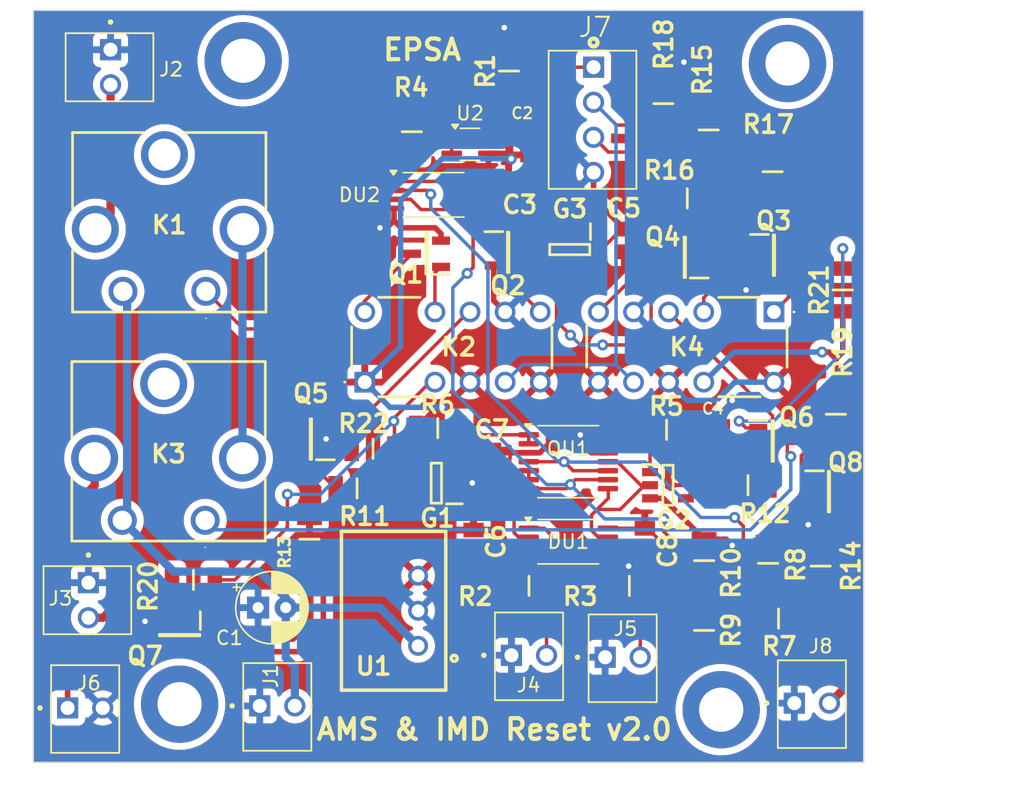
<source format=kicad_pcb>
(kicad_pcb (version 20240108) (generator "pcbnew") (generator_version "8.0")
  (layers (0 "F.Cu" signal) (31 "B.Cu" signal) (34 "B.Paste" user) (35 "F.Paste" user) (36 "B.SilkS" user "B.Silkscreen") (37 "F.SilkS" user "F.Silkscreen") (38 "B.Mask" user) (39 "F.Mask" user) (44 "Edge.Cuts" user))
  (net 0 "")
  (net 1 "GND")
  (net 2 "+12V")
  (net 3 "+5V")
  (net 4 "/AMS_OK")
  (net 5 "/Raw_AMS_OK")
  (net 6 "Net-(G3-Pad4)")
  (net 7 "/IMD_OK")
  (net 8 "/Raw_IMD_OK")
  (net 9 "Net-(K2-COM_2)")
  (net 10 "/IMD_SCS_Compliance")
  (net 11 "/SC in")
  (net 12 "/SC out")
  (net 13 "/AMS_SCS_Compliance")
  (net 14 "Net-(K2-Reset_2)")
  (net 15 "Net-(K4-COM_1)")
  (net 16 "/0.75V")
  (net 17 "/4.25V")
  (net 18 "/Button_Output_SCS_Compliance")
  (net 19 "/Button_Output")
  (net 20 "/Button_Input")
  (net 21 "/Raw_Button_Output")
  (net 22 "/Button_Input_SCS")
  (net 23 "Net-(K1-Pad1)")
  (net 24 "Net-(K2-COIL2-Pad7)")
  (net 25 "Net-(K2-COIL1-Pad12)")
  (net 26 "/SC_Closed_IMD")
  (net 27 "Net-(K4-COIL1-Pad1)")
  (net 28 "Net-(K4-COIL2-Pad6)")
  (net 29 "/SC_Closed_AMS")
  (net 30 "Net-(G1-Pad4)")
  (net 31 "Net-(G2-Pad4)")
  (net 33 "Net-(K1-Pad2)")
  (net 34 "Net-(K3-Pad1)")
  (net 36 "Net-(K4-Reset_1)")
  (net 37 "Net-(J6-Pad1)")
  (net 38 "Net-(J8-Pad2)")
  (net 39 "Net-(Q5-Pad1)")
  (net 40 "Net-(Q6-Pad1)")
  (net 41 "Net-(Q7-Pad1)")
  (net 42 "Net-(Q8-Pad1)")
  (footprint "EPSA_lib:RESC3216X70N" (layer "F.Cu") (at 190.0174 73.5076 90)
    (property "Reference" "R18")
    (property "Value" "100k" (hide yes))
  )
  (footprint "EPSA_lib:RESC3216X70N" (layer "F.Cu") (at 201.4 107 90)
    (property "Reference" "R14")
    (property "Value" "10k" (hide yes))
  )
  (footprint "EPSA_lib:RESC3216X70N" (layer "F.Cu") (at 192.9638 111.6584 -90)
    (property "Reference" "R9")
    (property "Value" "12k" (hide yes))
  )
  (footprint "Package_TO_SOT_SMD:SOT-353_SC-70-5_Handsoldering" (layer "F.Cu") (at 176.022 76.454)
    (property "Reference" "U2")
    (property "Value" "~")
  )
  (footprint "EPSA_lib:SOT95P237X112-3N" (layer "F.Cu") (at 155 112 -90)
    (property "Reference" "Q7")
    (property "Value" "NMOS SQ2348ES-T1_GE3" (hide yes))
  )
  (footprint "EPSA_lib:MOLEX_22-11-2022" (layer "F.Cu") (at 199.495 116.925)
    (property "Reference" "J8")
    (property "Value" "2P Droit 2-11-2022")
  )
  (footprint "Package_SO:TSSOP-14_4.4x5mm_P0.65mm" (layer "F.Cu") (at 183.134 99.4404)
    (property "Reference" "QU1")
    (property "Value" "Opamp_Quad")
  )
  (footprint "EPSA_lib:MOLEX_22-11-2022" (layer "F.Cu") (at 179.0192 113.4612)
    (property "Reference" "J4")
    (property "Value" "2P Droit 2-11-2022")
  )
  (footprint "EPSA_lib:V23079B1201B301" (layer "F.Cu") (at 168.402 93.6752)
    (property "Reference" "K2")
    (property "Value" "Bistable V23079B1201B301" (hide yes))
  )
  (footprint "EPSA_lib:RESC3216X70N" (layer "F.Cu") (at 198.35 110.8)
    (property "Reference" "R7")
    (property "Value" "82k" (hide yes))
  )
  (footprint "EPSA_lib:MOLEX_22-11-2022" (layer "F.Cu") (at 185.8 113.6)
    (property "Reference" "J5")
    (property "Value" "2P Droit 2-11-2022")
  )
  (footprint "EPSA_lib:RESC3216X70N" (layer "F.Cu") (at 164.4 105.05 -90)
    (property "Reference" "R13")
    (property "Value" "10k" (hide yes))
  )
  (footprint "EPSA_lib:SOT95P237X112-3N" (layer "F.Cu") (at 198.0184 84.4804)
    (property "Reference" "Q3")
    (property "Value" "NMOS SQ2348ES-T1_GE3" (hide yes))
  )
  (footprint "EPSA_lib:CP112V" (layer "F.Cu") (at 156.8505 103.6864 180)
    (property "Reference" "K3")
    (property "Value" "Relais PCB" (hide yes))
  )
  (footprint "EPSA_lib:SOT95P237X112-3N" (layer "F.Cu") (at 178.782 84.2772)
    (property "Reference" "Q2")
    (property "Value" "NMOS SQ2348ES-T1_GE3" (hide yes))
  )
  (footprint "EPSA_lib:RESC3216X70N" (layer "F.Cu") (at 180.2892 108.432 180)
    (property "Reference" "R2")
    (property "Value" "500k" (hide yes))
  )
  (footprint "EPSA_lib:CAPC2012X130N" (layer "F.Cu") (at 194.1068 97.7138 -90)
    (property "Reference" "C4")
    (property "Value" "1u" (hide yes))
  )
  (footprint "EPSA_lib:RESC3216X70N" (layer "F.Cu") (at 173.6852 97.0026)
    (property "Reference" "R6")
    (property "Value" "10k" (hide yes))
  )
  (footprint "EPSA_lib:RESC3216X70N" (layer "F.Cu") (at 171.8056 75.5396 -90)
    (property "Reference" "R4")
    (property "Value" "10k" (hide yes))
  )
  (footprint "EPSA_lib:RESC3216X70N" (layer "F.Cu") (at 193.294 75.4126 -90)
    (property "Reference" "R15")
    (property "Value" "3k9" (hide yes))
  )
  (footprint "EPSA_lib:RESC3216X70N" (layer "F.Cu") (at 169 98.5 180)
    (property "Reference" "R22")
    (property "Value" "1k" (hide yes))
  )
  (footprint "EPSA_lib:MOLEX_22-11-2042" (layer "F.Cu") (at 184.9628 74.676 -90)
    (property "Reference" "J7")
    (property "Value" "4P Droit 22-11-2042")
  )
  (footprint "EPSA_lib:CAPC2012X130N" (layer "F.Cu") (at 188.6712 105.0792 -90)
    (property "Reference" "C8")
    (property "Value" "1u" (hide yes))
  )
  (footprint "EPSA_lib:CP112V" (layer "F.Cu") (at 156.9 87.1 180)
    (property "Reference" "K1")
    (property "Value" "Relais PCB" (hide yes))
  )
  (footprint "EPSA_lib:CAPC2012X130N" (layer "F.Cu") (at 176.276 105.2068 -90)
    (property "Reference" "C6")
    (property "Value" "1u" (hide yes))
  )
  (footprint "EPSA_lib:RESC3216X70N" (layer "F.Cu") (at 203 87 90)
    (property "Reference" "R21")
    (property "Value" "1k" (hide yes))
  )
  (footprint "EPSA_lib:SOT95P280X145-5N" (layer "F.Cu") (at 183.2356 84.074 -90)
    (property "Reference" "G3")
    (property "Value" "Gate AND SN74AHCT1G08DBVR" (hide yes))
  )
  (footprint "EPSA_lib:SOT95P237X112-3N" (layer "F.Cu") (at 164.5 97.8 180)
    (property "Reference" "Q5")
    (property "Value" "NMOS SQ2348ES-T1_GE3" (hide yes))
  )
  (footprint "EPSA_lib:RESC3216X70N" (layer "F.Cu") (at 192.9638 106.6038 -90)
    (property "Reference" "R10")
    (property "Value" "82k" (hide yes))
  )
  (footprint "Package_SO:TSSOP-8_4.4x3mm_P0.65mm" (layer "F.Cu") (at 173.3804 80.1116)
    (property "Reference" "DU2")
    (property "Value" "Opamp_Dual")
  )
  (footprint "EPSA_lib:SOT95P237X112-3N" (layer "F.Cu") (at 197.9336 97.9424)
    (property "Reference" "Q6")
    (property "Value" "NMOS SQ2348ES-T1_GE3" (hide yes))
  )
  (footprint "EPSA_lib:V23079B1201B301" (layer "F.Cu") (at 198.0184 88.5952 180)
    (property "Reference" "K4")
    (property "Value" "Bistable V23079B1201B301" (hide yes))
  )
  (footprint "" (layer "F.Cu") (at 199 70.6)
    (property "Reference" "")
    (property "Value" "")
  )
  (footprint "EPSA_lib:MOLEX_22-11-2022" (layer "F.Cu") (at 146.895 117.275)
    (property "Reference" "J6")
    (property "Value" "2P Droit 2-11-2022")
  )
  (footprint "" (layer "F.Cu") (at 159.6 70.4)
    (property "Reference" "")
    (property "Value" "")
  )
  (footprint "EPSA_lib:SOT95P237X112-3N" (layer "F.Cu") (at 172.8724 84.3788 180)
    (property "Reference" "Q1")
    (property "Value" "NMOS SQ2348ES-T1_GE3" (hide yes))
  )
  (footprint "EPSA_lib:RESC3216X70N" (layer "F.Cu") (at 178.8414 71.1454 90)
    (property "Reference" "R1")
    (property "Value" "500k" (hide yes))
  )
  (footprint "" (layer "F.Cu") (at 194.2 117.4)
    (property "Reference" "")
    (property "Value" "")
  )
  (footprint "EPSA_lib:CAPC2012X130N" (layer "F.Cu") (at 177.546 99.4156 -90)
    (property "Reference" "C7")
    (property "Value" "1u" (hide yes))
  )
  (footprint "Capacitor_THT:CP_Radial_D5.0mm_P2.00mm" (layer "F.Cu") (at 160.6804 110.0074)
    (property "Reference" "C1")
    (property "Value" "C")
  )
  (footprint "EPSA_lib:RESC3216X70N" (layer "F.Cu") (at 191.7446 80.3656 180)
    (property "Reference" "R16")
    (property "Value" "8k2" (hide yes))
  )
  (footprint "EPSA_lib:MOLEX_22-11-2022" (layer "F.Cu") (at 150 69.6 -90)
    (property "Reference" "J2")
    (property "Value" "2P Droit 2-11-2022")
  )
  (footprint "EPSA_lib:MOLEX_22-11-2022" (layer "F.Cu") (at 160.8 117.125)
    (property "Reference" "J1")
    (property "Value" "2P Droit 2-11-2022")
  )
  (footprint "EPSA_lib:SOT95P280X145-5N" (layer "F.Cu") (at 190.3476 101.1428)
    (property "Reference" "G2")
    (property "Value" "Gate NAND SN74AHCT1G00DBVR" (hide yes))
  )
  (footprint "EPSA_lib:CAPC2012X130N" (layer "F.Cu") (at 187.198 83.4136 -90)
    (property "Reference" "C5")
    (property "Value" "1u" (hide yes))
  )
  (footprint "EPSA_lib:RESC3216X70N" (layer "F.Cu") (at 197.9168 78.4352 90)
    (property "Reference" "R17")
    (property "Value" "8k2" (hide yes))
  )
  (footprint "EPSA_lib:RESC3216X70N" (layer "F.Cu") (at 202.5 96 -90)
    (property "Reference" "R19")
    (property "Value" "1k" (hide yes))
  )
  (footprint "EPSA_lib:RESC3216X70N" (layer "F.Cu") (at 196.1388 101.1428)
    (property "Reference" "R12")
    (property "Value" "500" (hide yes))
  )
  (footprint "EPSA_lib:RESC3216X70N" (layer "F.Cu") (at 190.246 97.1296)
    (property "Reference" "R5")
    (property "Value" "10k" (hide yes))
  )
  (footprint "EPSA_lib:RESC3216X70N" (layer "F.Cu") (at 187.5536 108.432)
    (property "Reference" "R3")
    (property "Value" "500k" (hide yes))
  )
  (footprint "EPSA_lib:SOT95P237X112-3N" (layer "F.Cu") (at 202 101.6)
    (property "Reference" "Q8")
    (property "Value" "NMOS SQ2348ES-T1_GE3" (hide yes))
  )
  (footprint "EPSA_lib:SOT95P280X145-5N" (layer "F.Cu") (at 173.5836 100.9904 180)
    (property "Reference" "G1")
    (property "Value" "Gate NAND SN74AHCT1G00DBVR" (hide yes))
  )
  (footprint "EPSA_lib:RESC3216X70N" (layer "F.Cu") (at 197.6 106.8 -90)
    (property "Reference" "R8")
    (property "Value" "12k" (hide yes))
  )
  (footprint "EPSA_lib:RESC3216X70N" (layer "F.Cu") (at 156 108 180)
    (property "Reference" "R20")
    (property "Value" "1k" (hide yes))
  )
  (footprint "EPSA_lib:CAPC2012X130N" (layer "F.Cu") (at 180.3908 76.4032 90)
    (property "Reference" "C2")
    (property "Value" "1u" (hide yes))
  )
  (footprint "" (layer "F.Cu") (at 155 117)
    (property "Reference" "")
    (property "Value" "")
  )
  (footprint "EPSA_lib:SOT95P237X112-3N" (layer "F.Cu") (at 191.5668 84.6328 180)
    (property "Reference" "Q4")
    (property "Value" "NMOS SQ2348ES-T1_GE3" (hide yes))
  )
  (footprint "EPSA_lib:CAPC2012X130N" (layer "F.Cu") (at 179.6288 79.1972 180)
    (property "Reference" "C3")
    (property "Value" "1u" (hide yes))
  )
  (footprint "EPSA_lib:MOLEX_22-11-2022" (layer "F.Cu") (at 148.4 108.2 -90)
    (property "Reference" "J3")
    (property "Value" "2P Droit 2-11-2022")
  )
  (footprint "EPSA_lib:TSR-0.5-2433" (layer "F.Cu") (at 174.2628 115.986 90)
    (property "Reference" "U1")
    (property "Value" "Alim LP TSR_0.5-2450" (hide yes))
  )
  (footprint "EPSA_lib:RESC3216X70N" (layer "F.Cu") (at 167.8432 101.3714 180)
    (property "Reference" "R11")
    (property "Value" "500" (hide yes))
  )
  (footprint "Package_SO:TSSOP-8_4.4x3mm_P0.65mm" (layer "F.Cu") (at 183.134 105.2316)
    (property "Reference" "DU1")
    (property "Value" "Opamp_Dual")
  )
  (gr_rect (start 144.4122 66.7512) (end 204.5204 121.2088) (stroke (width 0.1)) (fill none) (layer "Edge.Cuts"))
  (gr_text "AMS & IMD Reset v2.0" (at 190.8 119.7102 0) (layer "F.SilkS") (effects (font (size 1.5 1.5) (thickness 0.3) (bold yes)) (justify right bottom)))
  (gr_text "EPSA" (at 169.5704 70.485 0) (layer "F.SilkS") (effects (font (size 1.5 1.5) (thickness 0.3) (bold yes)) (justify left bottom)))
  (segment (start 165.55 96.85) (end 165.55 97.734857) (width 0.4) (layer "F.Cu") (net 1))
  (segment (start 177.546 100.2356) (end 176.928004 100.2356) (width 0.4) (layer "F.Cu") (net 1))
  (segment (start 188.5066 107) (end 188.6712 106.8354) (width 0.4) (layer "F.Cu") (net 1))
  (segment (start 200.5 104) (end 200.95 103.55) (width 0.4) (layer "F.Cu") (net 1))
  (segment (start 180.2715 106.2066) (end 179.03245 106.2066) (width 0.4) (layer "F.Cu") (net 1))
  (segment (start 170.5179 81.9821) (end 170.5179 81.0866) (width 0.4) (layer "F.Cu") (net 1))
  (segment (start 189.1036 108.432) (end 189.1036 107.2678) (width 0.4) (layer "F.Cu") (net 1))
  (segment (start 190.0174 71.9576) (end 191.0424 71.9576) (width 0.4) (layer "F.Cu") (net 1))
  (segment (start 194.3068 96.8938) (end 196.3054 98.8924) (width 0.4) (layer "F.Cu") (net 1))
  (segment (start 194.3172 83.6828) (end 192.6168 83.6828) (width 0.4) (layer "F.Cu") (net 1))
  (segment (start 195.5 80.5) (end 195.5 82.5) (width 0.4) (layer "F.Cu") (net 1))
  (segment (start 194.1068 96.8938) (end 194.3068 96.8938) (width 0.25) (layer "F.Cu") (net 1))
  (segment (start 184.7904 98.7904) (end 184 98) (width 0.4) (layer "F.Cu") (net 1))
  (segment (start 173.9224 82.9224) (end 173.9224 83.4288) (width 0.4) (layer "F.Cu") (net 1))
  (segment (start 182.2856 83.5346) (end 182.2856 82.774) (width 0.25) (layer "F.Cu") (net 1))
  (segment (start 152.5 111) (end 154 111) (width 0.4) (layer "F.Cu") (net 1))
  (segment (start 189.1036 107.2678) (end 188.6712 106.8354) (width 0.4) (layer "F.Cu") (net 1))
  (segment (start 185.9965 98.7904) (end 184.7904 98.7904) (width 0.4) (layer "F.Cu") (net 1))
  (segment (start 184.9628 78.486) (end 182.06 75.5832) (width 0.25) (layer "F.Cu") (net 1))
  (segment (start 178.7392 106.49985) (end 178.7392 108.432) (width 0.4) (layer "F.Cu") (net 1))
  (segment (start 184 98) (end 184 97.531399) (width 0.4) (layer "F.Cu") (net 1))
  (segment (start 192.6168 83.1168) (end 192.6168 83.6828) (width 0.4) (layer "F.Cu") (net 1))
  (segment (start 179.03245 106.2066) (end 178.7392 106.49985) (width 0.4) (layer "F.Cu") (net 1))
  (segment (start 185.831131 83.760469) (end 182.511469 83.760469) (width 0.25) (layer "F.Cu") (net 1))
  (segment (start 194.5538 105.0538) (end 195 105.5) (width 0.4) (layer "F.Cu") (net 1))
  (segment (start 179.0192 113.4612) (end 179.0192 112.0192) (width 0.4) (layer "F.Cu") (net 1))
  (segment (start 184.2516 79.1972) (end 184.9628 78.486) (width 0.25) (layer "F.Cu") (net 1))
  (segment (start 192.0936 82.5936) (end 192.6168 83.1168) (width 0.4) (layer "F.Cu") (net 1))
  (segment (start 170 82.5) (end 170.5179 81.9821) (width 0.4) (layer "F.Cu") (net 1))
  (segment (start 180.4488 79.1972) (end 184.2516 79.1972) (width 0.25) (layer "F.Cu") (net 1))
  (segment (start 177.732 85.2272) (end 177.732 87.7652) (width 0.4) (layer "F.Cu") (net 1))
  (segment (start 196.9684 86.0316) (end 196 87) (width 0.25) (layer "F.Cu") (net 1))
  (segment (start 190.0028 102.0928) (end 192.9638 105.0538) (width 0.4) (layer "F.Cu") (net 1))
  (segment (start 184.9628 80.3584) (end 187.198 82.5936) (width 0.4) (layer "F.Cu") (net 1))
  (segment (start 196.0148 79.9852) (end 195.5 80.5) (width 0.4) (layer "F.Cu") (net 1))
  (segment (start 174.8836 100.0404) (end 177.3508 100.0404) (width 0.4) (layer "F.Cu") (net 1))
  (segment (start 171.0358 82.5) (end 173.5 82.5) (width 0.4) (layer "F.Cu") (net 1))
  (segment (start 196.9684 85.4304) (end 196.9684 86.0316) (width 0.25) (layer "F.Cu") (net 1))
  (segment (start 182.06 75.5832) (end 180.3908 75.5832) (width 0.25) (layer "F.Cu") (net 1))
  (segment (start 187.198 82.5936) (end 192.0936 82.5936) (width 0.4) (layer "F.Cu") (net 1))
  (segment (start 177.732 87.7652) (end 178.562 88.5952) (width 0.4) (layer "F.Cu") (net 1))
  (segment (start 196.3054 98.8924) (end 196.8836 98.8924) (width 0.4) (layer "F.Cu") (net 1))
  (segment (start 187.198 82.5936) (end 186.998 82.5936) (width 0.4) (layer "F.Cu") (net 1))
  (segment (start 178.7392 111.7392) (end 178.7392 108.432) (width 0.4) (layer "F.Cu") (net 1))
  (segment (start 192.9638 105.0538) (end 194.5538 105.0538) (width 0.4) (layer "F.Cu") (net 1))
  (segment (start 194.1068 96.8938) (end 194.1068 95.8932) (width 0.25) (layer "F.Cu") (net 1))
  (segment (start 186.998 82.5936) (end 185.831131 83.760469) (width 0.25) (layer "F.Cu") (net 1))
  (segment (start 188.6712 106.8354) (end 188.6712 105.8992) (width 0.4) (layer "F.Cu") (net 1))
  (segment (start 199.25 105.25) (end 200.5 104) (width 0.4) (layer "F.Cu") (net 1))
  (segment (start 176.276 106.776) (end 177.932 108.432) (width 0.4) (layer "F.Cu") (net 1))
  (segment (start 197.6 105.25) (end 199.25 105.25) (width 0.4) (layer "F.Cu") (net 1))
  (segment (start 194.1068 95.8932) (end 195 95) (width 0.25) (layer "F.Cu") (net 1))
  (segment (start 195.5 82.5) (end 194.3172 83.6828) (width 0.4) (layer "F.Cu") (net 1))
  (segment (start 165.55 97.734857) (end 165.606044 97.790901) (width 0.25) (layer "F.Cu") (net 1))
  (segment (start 187.5 107) (end 188.5066 107) (width 0.4) (layer "F.Cu") (net 1))
  (segment (start 180.3908 75.5832) (end 180.17 75.804) (width 0.25) (layer "F.Cu") (net 1))
  (segment (start 179.0192 112.0192) (end 178.7392 111.7392) (width 0.4) (layer "F.Cu") (net 1))
  (segment (start 173.5 82.5) (end 173.9224 82.9224) (width 0.4) (layer "F.Cu") (net 1))
  (segment (start 184 97.531399) (end 184 97.5) (width 0.25) (layer "F.Cu") (net 1))
  (segment (start 178.8414 68.3414) (end 178.8414 69.5954) (width 0.4) (layer "F.Cu") (net 1))
  (segment (start 177.3508 100.0404) (end 177.546 100.2356) (width 0.25) (layer "F.Cu") (net 1))
  (segment (start 180.17 75.804) (end 177.352 75.804) (width 0.25) (layer "F.Cu") (net 1))
  (segment (start 191.5 71.5) (end 191.5 70.5) (width 0.4) (layer "F.Cu") (net 1))
  (segment (start 184.9628 78.486) (end 184.9628 80.3584) (width 0.4) (layer "F.Cu") (net 1))
  (segment (start 200.95 103.55) (end 200.95 102.55) (width 0.4) (layer "F.Cu") (net 1))
  (segment (start 177.932 108.432) (end 178.7392 108.432) (width 0.4) (layer "F.Cu") (net 1))
  (segment (start 182.511469 83.760469) (end 182.2856 83.5346) (width 0.25) (layer "F.Cu") (net 1))
  (segment (start 189.0476 102.0928) (end 190.0028 102.0928) (width 0.4) (layer "F.Cu") (net 1))
  (segment (start 154 111) (end 154.05 110.95) (width 0.4) (layer "F.Cu") (net 1))
  (segment (start 170.5179 81.9821) (end 171.0358 82.5) (width 0.4) (layer "F.Cu") (net 1))
  (segment (start 197.9168 79.9852) (end 196.0148 79.9852) (width 0.4) (layer "F.Cu") (net 1))
  (segment (start 169.5 82.5) (end 170 82.5) (width 0.4) (layer "F.Cu") (net 1))
  (segment (start 176.928004 100.2356) (end 176.184856 100.978748) (width 0.4) (layer "F.Cu") (net 1))
  (segment (start 176.276 106.0268) (end 176.276 106.776) (width 0.4) (layer "F.Cu") (net 1))
  (segment (start 191.0424 71.9576) (end 191.5 71.5) (width 0.4) (layer "F.Cu") (net 1))
  (segment (start 178.5 68) (end 178.8414 68.3414) (width 0.4) (layer "F.Cu") (net 1))
  (via (at 195 95) (size 0.8) (drill 0.4) (layers "F.Cu" "B.Cu") (net 1))
  (via (at 169.5 82.5) (size 0.8) (drill 0.4) (layers "F.Cu" "B.Cu") (net 1))
  (via (at 195 105.5) (size 0.8) (drill 0.4) (layers "F.Cu" "B.Cu") (net 1))
  (via (at 176.184856 100.978748) (size 0.8) (drill 0.4) (layers "F.Cu" "B.Cu") (net 1))
  (via (at 187.5 107) (size 0.8) (drill 0.4) (layers "F.Cu" "B.Cu") (net 1))
  (via (at 178.5 68) (size 0.8) (drill 0.4) (layers "F.Cu" "B.Cu") (net 1))
  (via (at 184 97.5) (size 0.8) (drill 0.4) (layers "F.Cu" "B.Cu") (net 1))
  (via (at 191.5 70.5) (size 0.8) (drill 0.4) (layers "F.Cu" "B.Cu") (net 1))
  (via (at 196 87) (size 0.8) (drill 0.4) (layers "F.Cu" "B.Cu") (net 1))
  (via (at 165.606044 97.790901) (size 0.8) (drill 0.4) (layers "F.Cu" "B.Cu") (net 1))
  (via (at 200.5 104) (size 0.8) (drill 0.4) (layers "F.Cu" "B.Cu") (net 1))
  (via (at 152.5 111) (size 0.8) (drill 0.4) (layers "F.Cu" "B.Cu") (net 1))
  (segment (start 162.6804 109.2804) (end 162.6804 110.0074) (width 0.6) (layer "B.Cu") (net 2))
  (segment (start 151.2 103.3369) (end 150.8505 103.6864) (width 0.6) (layer "B.Cu") (net 2))
  (segment (start 169.4942 110.0074) (end 162.6804 110.0074) (width 0.6) (layer "B.Cu") (net 2))
  (segment (start 151.2 87.4) (end 151.2 103.3369) (width 0.6) (layer "B.Cu") (net 2))
  (segment (start 163.34 114.2816) (end 163.34 117.125) (width 0.6) (layer "B.Cu") (net 2))
  (segment (start 162.6804 110.0074) (end 162.6804 113.622) (width 0.6) (layer "B.Cu") (net 2))
  (segment (start 150.9 87.1) (end 151.2 87.4) (width 0.6) (layer "B.Cu") (net 2))
  (segment (start 160.8 107.4) (end 162.6804 109.2804) (width 0.6) (layer "B.Cu") (net 2))
  (segment (start 154.5641 107.4) (end 160.8 107.4) (width 0.6) (layer "B.Cu") (net 2))
  (segment (start 150.8505 103.6864) (end 154.5641 107.4) (width 0.6) (layer "B.Cu") (net 2))
  (segment (start 172.2628 112.776) (end 169.4942 110.0074) (width 0.6) (layer "B.Cu") (net 2))
  (segment (start 162.6804 113.622) (end 163.34 114.2816) (width 0.6) (layer "B.Cu") (net 2))
  (segment (start 178.7482 79.1366) (end 178.8088 79.1972) (width 0.4) (layer "F.Cu") (net 3))
  (segment (start 188.6712 104.2592) (end 188.8712 104.2592) (width 0.25) (layer "F.Cu") (net 3))
  (segment (start 181.068878 98.7904) (end 182 97.859278) (width 0.4) (layer "F.Cu") (net 3))
  (segment (start 191.796 97.1296) (end 191.796 99) (width 0.4) (layer "F.Cu") (net 3))
  (segment (start 182 97.859278) (end 182 94.5732) (width 0.4) (layer "F.Cu") (net 3))
  (segment (start 182 94.5732) (end 181.102 93.6752) (width 0.4) (layer "F.Cu") (net 3))
  (segment (start 188.6686 104.2566) (end 188.6712 104.2592) (width 0.25) (layer "F.Cu") (net 3))
  (segment (start 191.796 97.796) (end 192.5338 98.5338) (width 0.4) (layer "F.Cu") (net 3))
  (segment (start 191.796 97.1296) (end 191.796 97.796) (width 0.4) (layer "F.Cu") (net 3))
  (segment (start 191 106.388) (end 191 108.5) (width 0.25) (layer "F.Cu") (net 3))
  (segment (start 185.9965 104.2566) (end 188.6686 104.2566) (width 0.25) (layer "F.Cu") (net 3))
  (segment (start 180.2715 98.7904) (end 181.068878 98.7904) (width 0.4) (layer "F.Cu") (net 3))
  (segment (start 191.796 100.0444) (end 191.6476 100.1928) (width 0.4) (layer "F.Cu") (net 3))
  (segment (start 192.5338 98.5338) (end 194.1068 98.5338) (width 0.4) (layer "F.Cu") (net 3))
  (segment (start 177.7408 98.7904) (end 180.2715 98.7904) (width 0.4) (layer "F.Cu") (net 3))
  (segment (start 174.1972 95.5) (end 176.022 93.6752) (width 0.4) (layer "F.Cu") (net 3))
  (segment (start 177.546 98.5956) (end 177.7408 98.7904) (width 0.4) (layer "F.Cu") (net 3))
  (segment (start 191.796 99) (end 191.796 100.0444) (width 0.4) (layer "F.Cu") (net 3))
  (segment (start 174 95.5) (end 173.6378 95.5) (width 0.4) (layer "F.Cu") (net 3))
  (segment (start 174 95.5) (end 174.1972 95.5) (width 0.4) (layer "F.Cu") (net 3))
  (segment (start 173.6378 95.5) (end 172.1352 97.0026) (width 0.4) (layer "F.Cu") (net 3))
  (segment (start 176.2429 79.1366) (end 178.7482 79.1366) (width 0.4) (layer "F.Cu") (net 3))
  (segment (start 188.8712 104.2592) (end 191 106.388) (width 0.25) (layer "F.Cu") (net 3))
  (via (at 174 95.5) (size 0.8) (drill 0.4) (layers "F.Cu" "B.Cu") (net 3))
  (via (at 179 77.5) (size 0.8) (drill 0.4) (layers "F.Cu" "B.Cu") (net 3))
  (segment (start 174 77.5) (end 171 80.5) (width 0.4) (layer "B.Cu") (net 3))
  (segment (start 195.193429 93.6752) (end 198.0184 93.6752) (width 0.4) (layer "B.Cu") (net 3))
  (segment (start 168.402 93.6752) (end 170.2268 95.5) (width 0.4) (layer "B.Cu") (net 3))
  (segment (start 193.868629 95) (end 195.193429 93.6752) (width 0.4) (layer "B.Cu") (net 3))
  (segment (start 190.3984 93.6752) (end 191.7232 95) (width 0.4) (layer "B.Cu") (net 3))
  (segment (start 179 77.5) (end 174 77.5) (width 0.4) (layer "B.Cu") (net 3))
  (segment (start 171 80.5) (end 171 91.0772) (width 0.4) (layer "B.Cu") (net 3))
  (segment (start 170.2268 95.5) (end 174 95.5) (width 0.4) (layer "B.Cu") (net 3))
  (segment (start 191.7232 95) (end 193.868629 95) (width 0.4) (layer "B.Cu") (net 3))
  (segment (start 171 91.0772) (end 168.402 93.6752) (width 0.4) (layer "B.Cu") (net 3))
  (segment (start 186.0296 102.082) (end 186.0296 101.4235) (width 0.25) (layer "F.Cu") (net 4))
  (segment (start 188.6452 101.1428) (end 189.0476 101.1428) (width 0.25) (layer "F.Cu") (net 4))
  (segment (start 185.9965 104.9066) (end 185.305188 104.9066) (width 0.25) (layer "F.Cu") (net 4))
  (segment (start 186.0296 101.4235) (end 185.9965 101.3904) (width 0.25) (layer "F.Cu") (net 4))
  (segment (start 185.2168 102.8948) (end 186.0296 102.082) (width 0.25) (layer "F.Cu") (net 4))
  (segment (start 185.305188 104.9066) (end 184.8104 104.411812) (width 0.25) (layer "F.Cu") (net 4))
  (segment (start 189.0476 101.1428) (end 188.390212 101.1428) (width 0.25) (layer "F.Cu") (net 4))
  (segment (start 184.8104 103.3012) (end 185.2168 102.8948) (width 0.25) (layer "F.Cu") (net 4))
  (segment (start 185.2168 102.8948) (end 186.8932 102.8948) (width 0.25) (layer "F.Cu") (net 4))
  (segment (start 184.8104 104.411812) (end 184.8104 103.3012) (width 0.25) (layer "F.Cu") (net 4))
  (segment (start 185.9965 104.9066) (end 185.9965 105.5566) (width 0.25) (layer "F.Cu") (net 4))
  (segment (start 186.8932 102.8948) (end 188.6452 101.1428) (width 0.25) (layer "F.Cu") (net 4))
  (segment (start 186.687812 99.4404) (end 185.9965 99.4404) (width 0.25) (layer "F.Cu") (net 4))
  (segment (start 188.390212 101.1428) (end 186.687812 99.4404) (width 0.25) (layer "F.Cu") (net 4))
  (segment (start 186.0036 108.432) (end 186.0036 109.8036) (width 0.25) (layer "F.Cu") (net 5))
  (segment (start 185.8584 108.5772) (end 186.0036 108.432) (width 0.25) (layer "F.Cu") (net 5))
  (segment (start 186.0036 108.432) (end 186.0036 106.2137) (width 0.25) (layer "F.Cu") (net 5))
  (segment (start 188.34 112.14) (end 188.34 113.6) (width 0.25) (layer "F.Cu") (net 5))
  (segment (start 186.0036 106.2137) (end 185.9965 106.2066) (width 0.25) (layer "F.Cu") (net 5))
  (segment (start 186.0036 109.8036) (end 188.34 112.14) (width 0.25) (layer "F.Cu") (net 5))
  (segment (start 191.074 85.5828) (end 192.6168 85.5828) (width 0.25) (layer "F.Cu") (net 6))
  (segment (start 183.2864 90.2716) (end 182.2856 89.2708) (width 0.25) (layer "F.Cu") (net 6))
  (segment (start 189.1284 87.5284) (end 191.074 85.5828) (width 0.25) (layer "F.Cu") (net 6))
  (segment (start 185.6232 90.9828) (end 187.7568 90.9828) (width 0.25) (layer "F.Cu") (net 6))
  (segment (start 182.2856 84.549) (end 181.0638 83.3272) (width 0.25) (layer "F.Cu") (net 6))
  (segment (start 189.1284 89.6112) (end 189.1284 87.5284) (width 0.25) (layer "F.Cu") (net 6))
  (segment (start 182.2856 85.374) (end 182.2856 84.549) (width 0.25) (layer "F.Cu") (net 6))
  (segment (start 187.7568 90.9828) (end 189.1284 89.6112) (width 0.25) (layer "F.Cu") (net 6))
  (segment (start 181.0638 83.3272) (end 177.732 83.3272) (width 0.25) (layer "F.Cu") (net 6))
  (segment (start 182.2856 89.2708) (end 182.2856 85.374) (width 0.25) (layer "F.Cu") (net 6))
  (via (at 183.2864 90.2716) (size 0.8) (drill 0.4) (layers "F.Cu" "B.Cu") (net 6))
  (via (at 185.6232 90.9828) (size 0.8) (drill 0.4) (layers "F.Cu" "B.Cu") (net 6))
  (segment (start 185.6232 90.9828) (end 183.9976 90.9828) (width 0.25) (layer "B.Cu") (net 6))
  (segment (start 183.9976 90.9828) (end 183.2864 90.2716) (width 0.25) (layer "B.Cu") (net 6))
  (segment (start 178.380188 101.9404) (end 179.580188 100.7404) (width 0.25) (layer "F.Cu") (net 7))
  (segment (start 174.8836 101.9404) (end 178.380188 101.9404) (width 0.25) (layer "F.Cu") (net 7))
  (segment (start 179.209 104.581599) (end 179.534001 104.9066) (width 0.25) (layer "F.Cu") (net 7))
  (segment (start 180.2715 100.0904) (end 180.2715 100.7404) (width 0.25) (layer "F.Cu") (net 7))
  (segment (start 180.2715 104.9066) (end 180.2715 105.5566) (width 0.25) (layer "F.Cu") (net 7))
  (segment (start 179.580188 100.7404) (end 180.2715 100.7404) (width 0.25) (layer "F.Cu") (net 7))
  (segment (start 179.534001 104.9066) (end 180.2715 104.9066) (width 0.25) (layer "F.Cu") (net 7))
  (segment (start 179.534001 100.7404) (end 179.209 101.065401) (width 0.25) (layer "F.Cu") (net 7))
  (segment (start 180.2715 100.7404) (end 179.534001 100.7404) (width 0.25) (layer "F.Cu") (net 7))
  (segment (start 179.209 101.065401) (end 179.209 104.581599) (width 0.25) (layer "F.Cu") (net 7))
  (segment (start 181.8392 108.432) (end 181.864 108.4072) (width 0.25) (layer "F.Cu") (net 8))
  (segment (start 181.864 104.7236) (end 181.397 104.2566) (width 0.25) (layer "F.Cu") (net 8))
  (segment (start 181.397 104.2566) (end 180.2715 104.2566) (width 0.25) (layer "F.Cu") (net 8))
  (segment (start 181.864 108.4072) (end 181.864 104.7236) (width 0.25) (layer "F.Cu") (net 8))
  (segment (start 181.5592 113.4612) (end 181.5592 108.712) (width 0.25) (layer "F.Cu") (net 8))
  (segment (start 181.5592 108.712) (end 181.8392 108.432) (width 0.25) (layer "F.Cu") (net 8))
  (segment (start 164.5 99.5782) (end 166.2932 101.3714) (width 0.25) (layer "F.Cu") (net 9))
  (segment (start 164.5 96.3) (end 164.5 99.5782) (width 0.25) (layer "F.Cu") (net 9))
  (segment (start 165.3 95.5) (end 164.5 96.3) (width 0.25) (layer "F.Cu") (net 9))
  (segment (start 176.022 88.5952) (end 175.9048 88.5952) (width 0.25) (layer "F.Cu") (net 9))
  (segment (start 175.9048 88.5952) (end 169 95.5) (width 0.25) (layer "F.Cu") (net 9))
  (segment (start 169 95.5) (end 165.3 95.5) (width 0.25) (layer "F.Cu") (net 9))
  (segment (start 175.2352 97.0026) (end 175.2352 97.7078) (width 0.25) (layer "F.Cu") (net 10))
  (segment (start 174.0586 100.9904) (end 174.8836 100.9904) (width 0.25) (layer "F.Cu") (net 10))
  (segment (start 175.723 97.4904) (end 175.2352 97.0026) (width 0.25) (layer "F.Cu") (net 10))
  (segment (start 180.2715 97.4904) (end 175.723 97.4904) (width 0.25) (layer "F.Cu") (net 10))
  (segment (start 173.8586 99.0844) (end 173.8586 100.7904) (width 0.25) (layer "F.Cu") (net 10))
  (segment (start 175.2352 97.7078) (end 173.8586 99.0844) (width 0.25) (layer "F.Cu") (net 10))
  (segment (start 180.2715 97.4904) (end 180.2715 98.1404) (width 0.25) (layer "F.Cu") (net 10))
  (segment (start 173.8586 100.7904) (end 174.0586 100.9904) (width 0.25) (layer "F.Cu") (net 10))
  (segment (start 150 81.5) (end 148.9 82.6) (width 0.6) (layer "F.Cu") (net 11))
  (segment (start 150 72.14) (end 150 81.5) (width 0.6) (layer "F.Cu") (net 11))
  (segment (start 150.6 107.2) (end 148.2 104.8) (width 0.6) (layer "F.Cu") (net 12))
  (segment (start 150.6 109.6) (end 150.6 107.2) (width 0.6) (layer "F.Cu") (net 12))
  (segment (start 148.2 101.8) (end 148.8505 101.1495) (width 0.6) (layer "F.Cu") (net 12))
  (segment (start 148.8505 101.1495) (end 148.8505 99.1864) (width 0.6) (layer "F.Cu") (net 12))
  (segment (start 148.4 99.6369) (end 148.8505 99.1864) (width 0.6) (layer "F.Cu") (net 12))
  (segment (start 148.4 110.74) (end 149.46 110.74) (width 0.6) (layer "F.Cu") (net 12))
  (segment (start 149.46 110.74) (end 150.6 109.6) (width 0.6) (layer "F.Cu") (net 12))
  (segment (start 148.2 104.8) (end 148.2 101.8) (width 0.6) (layer "F.Cu") (net 12))
  (segment (start 188.3352 97.4904) (end 188.696 97.1296) (width 0.25) (layer "F.Cu") (net 13))
  (segment (start 189.0476 100.1928) (end 189.0476 97.4812) (width 0.25) (layer "F.Cu") (net 13))
  (segment (start 185.9965 97.4904) (end 185.9965 98.1404) (width 0.25) (layer "F.Cu") (net 13))
  (segment (start 189.0476 97.4812) (end 188.696 97.1296) (width 0.25) (layer "F.Cu") (net 13))
  (segment (start 185.9965 97.4904) (end 188.3352 97.4904) (width 0.25) (layer "F.Cu") (net 13))
  (segment (start 173.482 85.7692) (end 173.482 88.5952) (width 0.25) (layer "F.Cu") (net 14))
  (segment (start 173.9224 85.3288) (end 173.482 85.7692) (width 0.25) (layer "F.Cu") (net 14))
  (segment (start 197.9168 100.9148) (end 197.6888 101.1428) (width 0.25) (layer "F.Cu") (net 15))
  (segment (start 190.3984 88.5952) (end 197.9168 96.1136) (width 0.25) (layer "F.Cu") (net 15))
  (segment (start 197.9168 96.1136) (end 197.9168 100.9148) (width 0.25) (layer "F.Cu") (net 15))
  (segment (start 195.8 108) (end 196.15 108.35) (width 0.25) (layer "F.Cu") (net 16))
  (segment (start 180.962812 99.4404) (end 180.2715 99.4404) (width 0.25) (layer "F.Cu") (net 16))
  (segment (start 196.8 109.8) (end 197.6 109) (width 0.25) (layer "F.Cu") (net 16))
  (segment (start 183.4792 100.0904) (end 185.9965 100.0904) (width 0.25) (layer "F.Cu") (net 16))
  (segment (start 197.6 109) (end 197.6 108.35) (width 0.25) (layer "F.Cu") (net 16))
  (segment (start 182.8292 99.4404) (end 180.2715 99.4404) (width 0.25) (layer "F.Cu") (net 16))
  (segment (start 195.8 104.106) (end 195.8 108) (width 0.25) (layer "F.Cu") (net 16))
  (segment (start 172.903 79.7866) (end 170.5179 79.7866) (width 0.25) (layer "F.Cu") (net 16))
  (segment (start 195.1736 103.4796) (end 195.8 104.106) (width 0.25) (layer "F.Cu") (net 16))
  (segment (start 173.1772 80.0608) (end 172.903 79.7866) (width 0.25) (layer "F.Cu") (net 16))
  (segment (start 182.8292 99.4404) (end 183.4792 100.0904) (width 0.25) (layer "F.Cu") (net 16))
  (segment (start 196.15 108.35) (end 197.6 108.35) (width 0.25) (layer "F.Cu") (net 16))
  (segment (start 196.8 110.8) (end 196.8 109.8) (width 0.25) (layer "F.Cu") (net 16))
  (via (at 195.1736 103.4796) (size 0.8) (drill 0.4) (layers "F.Cu" "B.Cu") (net 16))
  (via (at 182.8292 99.4404) (size 0.8) (drill 0.4) (layers "F.Cu" "B.Cu") (net 16))
  (via (at 173.1772 80.0608) (size 0.8) (drill 0.4) (layers "F.Cu" "B.Cu") (net 16))
  (segment (start 188.722 99.4664) (end 192.7352 103.4796) (width 0.25) (layer "B.Cu") (net 16))
  (segment (start 182.8292 99.4404) (end 182.8552 99.4664) (width 0.25) (layer "B.Cu") (net 16))
  (segment (start 177.3174 85.217) (end 177.3174 94.361) (width 0.25) (layer "B.Cu") (net 16))
  (segment (start 173.1772 80.0608) (end 173.1772 81.0768) (width 0.25) (layer "B.Cu") (net 16))
  (segment (start 177.3174 94.361) (end 182.3968 99.4404) (width 0.25) (layer "B.Cu") (net 16))
  (segment (start 173.1772 81.0768) (end 177.3174 85.217) (width 0.25) (layer "B.Cu") (net 16))
  (segment (start 192.7352 103.4796) (end 195.1736 103.4796) (width 0.25) (layer "B.Cu") (net 16))
  (segment (start 182.3968 99.4404) (end 182.8292 99.4404) (width 0.25) (layer "B.Cu") (net 16))
  (segment (start 182.8552 99.4664) (end 188.722 99.4664) (width 0.25) (layer "B.Cu") (net 16))
  (segment (start 176.2429 85.3771) (end 176.2429 81.0866) (width 0.25) (layer "F.Cu") (net 17))
  (segment (start 192.9638 107.4178) (end 192.9638 108.1538) (width 0.25) (layer "F.Cu") (net 17))
  (segment (start 192.9638 110.1084) (end 192.9638 108.1538) (width 0.25) (layer "F.Cu") (net 17))
  (segment (start 190.0428 103.5812) (end 190.0428 104.4968) (width 0.25) (layer "F.Cu") (net 17))
  (segment (start 190.0428 104.4968) (end 192.9638 107.4178) (width 0.25) (layer "F.Cu") (net 17))
  (segment (start 183.638 100.7404) (end 185.9965 100.7404) (width 0.25) (layer "F.Cu") (net 17))
  (segment (start 183.2864 101.092) (end 182.988 101.3904) (width 0.25) (layer "F.Cu") (net 17))
  (segment (start 182.988 101.3904) (end 180.2715 101.3904) (width 0.25) (layer "F.Cu") (net 17))
  (segment (start 183.2864 101.092) (end 183.638 100.7404) (width 0.25) (layer "F.Cu") (net 17))
  (segment (start 175.8188 85.8012) (end 176.2429 85.3771) (width 0.25) (layer "F.Cu") (net 17))
  (via (at 175.8188 85.8012) (size 0.8) (drill 0.4) (layers "F.Cu" "B.Cu") (net 17))
  (via (at 183.2864 101.092) (size 0.8) (drill 0.4) (layers "F.Cu" "B.Cu") (net 17))
  (via (at 190.0428 103.5812) (size 0.8) (drill 0.4) (layers "F.Cu" "B.Cu") (net 17))
  (segment (start 185.7756 103.5812) (end 183.2864 101.092) (width 0.25) (layer "B.Cu") (net 17))
  (segment (start 174.7774 94.3102) (end 181.5592 101.092) (width 0.25) (layer "B.Cu") (net 17))
  (segment (start 190.0428 103.5812) (end 185.7756 103.5812) (width 0.25) (layer "B.Cu") (net 17))
  (segment (start 181.5592 101.092) (end 183.2864 101.092) (width 0.25) (layer "B.Cu") (net 17))
  (segment (start 174.7774 86.8426) (end 174.7774 94.3102) (width 0.25) (layer "B.Cu") (net 17))
  (segment (start 175.8188 85.8012) (end 174.7774 86.8426) (width 0.25) (layer "B.Cu") (net 17))
  (segment (start 170.5179 79.1366) (end 174.901588 79.1366) (width 0.25) (layer "F.Cu") (net 18))
  (segment (start 176.2429 79.7866) (end 177.2718 79.7866) (width 0.25) (layer "F.Cu") (net 18))
  (segment (start 174.901588 79.1366) (end 175.551588 79.7866) (width 0.25) (layer "F.Cu") (net 18))
  (segment (start 175.551588 79.7866) (end 176.2429 79.7866) (width 0.25) (layer "F.Cu") (net 18))
  (segment (start 183.0634 81.0768) (end 184.1856 82.199) (width 0.25) (layer "F.Cu") (net 18))
  (segment (start 171.8056 77.0896) (end 170.5179 78.3773) (width 0.25) (layer "F.Cu") (net 18))
  (segment (start 184.1856 82.199) (end 184.1856 82.774) (width 0.25) (layer "F.Cu") (net 18))
  (segment (start 178.562 81.0768) (end 183.0634 81.0768) (width 0.25) (layer "F.Cu") (net 18))
  (segment (start 177.2718 79.7866) (end 178.562 81.0768) (width 0.25) (layer "F.Cu") (net 18))
  (segment (start 170.5179 78.3773) (end 170.5179 79.1366) (width 0.25) (layer "F.Cu") (net 18))
  (segment (start 174.692 76.454) (end 174.692 77.104) (width 0.25) (layer "F.Cu") (net 19))
  (segment (start 170.5179 80.4366) (end 171.7242 80.4366) (width 0.25) (layer "F.Cu") (net 19))
  (segment (start 169.6414 80.4366) (end 170.5179 80.4366) (width 0.25) (layer "F.Cu") (net 19))
  (segment (start 182.966 81.874) (end 183.2356 82.1436) (width 0.25) (layer "F.Cu") (net 19))
  (segment (start 177.109 80.4366) (end 178.5464 81.874) (width 0.25) (layer "F.Cu") (net 19))
  (segment (start 174.692 76.454) (end 173.4397 76.454) (width 0.25) (layer "F.Cu") (net 19))
  (segment (start 169.2148 77.5716) (end 169.2148 80.01) (width 0.25) (layer "F.Cu") (net 19))
  (segment (start 172.466 81.1784) (end 174.4472 81.1784) (width 0.25) (layer "F.Cu") (net 19))
  (segment (start 178.5464 81.874) (end 182.966 81.874) (width 0.25) (layer "F.Cu") (net 19))
  (segment (start 173.4397 76.454) (end 172.9317 75.946) (width 0.25) (layer "F.Cu") (net 19))
  (segment (start 176.2429 80.4366) (end 177.109 80.4366) (width 0.25) (layer "F.Cu") (net 19))
  (segment (start 175.189 80.4366) (end 176.2429 80.4366) (width 0.25) (layer "F.Cu") (net 19))
  (segment (start 170.8404 75.946) (end 169.2148 77.5716) (width 0.25) (layer "F.Cu") (net 19))
  (segment (start 172.9317 75.946) (end 170.8404 75.946) (width 0.25) (layer "F.Cu") (net 19))
  (segment (start 171.7242 80.4366) (end 172.466 81.1784) (width 0.25) (layer "F.Cu") (net 19))
  (segment (start 174.4472 81.1784) (end 175.189 80.4366) (width 0.25) (layer "F.Cu") (net 19))
  (segment (start 169.2148 80.01) (end 169.6414 80.4366) (width 0.25) (layer "F.Cu") (net 19))
  (segment (start 183.2356 82.1436) (end 183.2356 82.774) (width 0.25) (layer "F.Cu") (net 19))
  (segment (start 190.0174 75.0576) (end 186.6144 75.0576) (width 0.25) (layer "F.Cu") (net 20))
  (segment (start 186.6144 75.0576) (end 184.9628 73.406) (width 0.25) (layer "F.Cu") (net 20))
  (segment (start 193.294 73.8626) (end 191.2124 73.8626) (width 0.25) (layer "F.Cu") (net 20))
  (segment (start 191.2124 73.8626) (end 190.0174 75.0576) (width 0.25) (layer "F.Cu") (net 20))
  (segment (start 186.5884 92.4052) (end 186.5884 75.0316) (width 0.25) (layer "B.Cu") (net 20))
  (segment (start 178.562 93.6752) (end 179.832 92.4052) (width 0.25) (layer "B.Cu") (net 20))
  (segment (start 186.7834 92.6002) (end 186.5884 92.4052) (width 0.25) (layer "B.Cu") (net 20))
  (segment (start 186.5884 75.0316) (end 184.9628 73.406) (width 0.25) (layer "B.Cu") (net 20))
  (segment (start 179.832 92.4052) (end 186.5884 92.4052) (width 0.25) (layer "B.Cu") (net 20))
  (segment (start 186.7834 92.6002) (end 187.8584 93.6752) (width 0.25) (layer "B.Cu") (net 20))
  (segment (start 175.566 72.6948) (end 174.692 73.5688) (width 0.25) (layer "F.Cu") (net 21))
  (segment (start 184.9628 70.866) (end 181.2804 70.866) (width 0.25) (layer "F.Cu") (net 21))
  (segment (start 181.2804 70.866) (end 179.451 72.6954) (width 0.25) (layer "F.Cu") (net 21))
  (segment (start 178.8414 72.6954) (end 178.8408 72.6948) (width 0.25) (layer "F.Cu") (net 21))
  (segment (start 178.8408 72.6948) (end 175.566 72.6948) (width 0.25) (layer "F.Cu") (net 21))
  (segment (start 179.451 72.6954) (end 178.8414 72.6954) (width 0.25) (layer "F.Cu") (net 21))
  (segment (start 174.692 73.5688) (end 174.692 75.804) (width 0.25) (layer "F.Cu") (net 21))
  (segment (start 184.9628 75.946) (end 186.0302 77.0134) (width 0.25) (layer "F.Cu") (net 22))
  (segment (start 193.2432 77.0134) (end 193.294 76.9626) (width 0.25) (layer "F.Cu") (net 22))
  (segment (start 193.294 76.9626) (end 193.294 77.1652) (width 0.25) (layer "F.Cu") (net 22))
  (segment (start 197.9162 76.8858) (end 197.9168 76.8852) (width 0.25) (layer "F.Cu") (net 22))
  (segment (start 193.294 77.1652) (end 193.2946 77.1658) (width 0.25) (layer "F.Cu") (net 22))
  (segment (start 193.3708 76.8858) (end 197.9162 76.8858) (width 0.25) (layer "F.Cu") (net 22))
  (segment (start 193.294 76.9626) (end 193.3708 76.8858) (width 0.25) (layer "F.Cu") (net 22))
  (segment (start 186.0302 77.0134) (end 193.2432 77.0134) (width 0.25) (layer "F.Cu") (net 22))
  (segment (start 193.2946 77.1658) (end 193.2946 80.3656) (width 0.25) (layer "F.Cu") (net 22))
  (segment (start 156.9 87.1) (end 159.623 89.823) (width 0.25) (layer "F.Cu") (net 23))
  (segment (start 159.623 89.823) (end 161.823 89.823) (width 0.25) (layer "F.Cu") (net 23))
  (segment (start 161.823 89.823) (end 163.45 91.45) (width 0.25) (layer "F.Cu") (net 23))
  (segment (start 163.45 91.45) (end 163.45 97.8) (width 0.25) (layer "F.Cu") (net 23))
  (segment (start 179.832 84.2772) (end 179.832 87.3252) (width 0.25) (layer "F.Cu") (net 24))
  (segment (start 179.832 87.3252) (end 181.102 88.5952) (width 0.25) (layer "F.Cu") (net 24))
  (segment (start 168.368 88.5612) (end 168.402 88.5952) (width 0.25) (layer "F.Cu") (net 25))
  (segment (start 168.368 87.8332) (end 168.368 88.5612) (width 0.25) (layer "F.Cu") (net 25))
  (segment (start 171.8224 84.3788) (end 168.368 87.8332) (width 0.25) (layer "F.Cu") (net 25))
  (segment (start 173.1264 93.6752) (end 170.55 96.2516) (width 0.25) (layer "F.Cu") (net 26))
  (segment (start 170.55 96.2516) (end 170.55 96.45) (width 0.25) (layer "F.Cu") (net 26))
  (segment (start 170.5 96.5) (end 170.55 96.55) (width 0.25) (layer "F.Cu") (net 26))
  (segment (start 170.55 96.55) (end 170.55 98.5) (width 0.25) (layer "F.Cu") (net 26))
  (segment (start 157.55 108) (end 159 108) (width 0.25) (layer "F.Cu") (net 26))
  (segment (start 162.8 101.8) (end 162.8 104.2) (width 0.25) (layer "F.Cu") (net 26))
  (segment (start 170.55 96.45) (end 170.5 96.5) (width 0.25) (layer "F.Cu") (net 26))
  (segment (start 159 108) (end 162.8 104.2) (width 0.25) (layer "F.Cu") (net 26))
  (segment (start 173.482 93.6752) (end 173.1264 93.6752) (width 0.25) (layer "F.Cu") (net 26))
  (via (at 170.5 96.5) (size 0.8) (drill 0.4) (layers "F.Cu" "B.Cu") (net 26))
  (via (at 162.8 101.8) (size 0.8) (drill 0.4) (layers "F.Cu" "B.Cu") (net 26))
  (segment (start 162.8 101.8) (end 162.8 101.6) (width 0.25) (layer "B.Cu") (net 26))
  (segment (start 170.5 96.5) (end 165.2 101.8) (width 0.25) (layer "B.Cu") (net 26))
  (segment (start 165.2 101.8) (end 162.8 101.8) (width 0.25) (layer "B.Cu") (net 26))
  (segment (start 199.0684 87.5452) (end 198.0184 88.5952) (width 0.25) (layer "F.Cu") (net 27))
  (segment (start 199.0684 84.4804) (end 199.0684 87.5452) (width 0.25) (layer "F.Cu") (net 27))
  (segment (start 189.2808 84.6328) (end 185.3184 88.5952) (width 0.25) (layer "F.Cu") (net 28))
  (segment (start 190.5168 84.6328) (end 189.2808 84.6328) (width 0.25) (layer "F.Cu") (net 28))
  (segment (start 203 91.5) (end 202.5 92) (width 0.4) (layer "F.Cu") (net 29))
  (segment (start 202.45 94.5) (end 202.5 94.45) (width 0.25) (layer "F.Cu") (net 29))
  (segment (start 202 91.5) (end 201.5 91.5) (width 0.4) (layer "F.Cu") (net 29))
  (segment (start 202.5 92) (end 202.5 94.45) (width 0.4) (layer "F.Cu") (net 29))
  (segment (start 202.5 92) (end 202 91.5) (width 0.4) (layer "F.Cu") (net 29))
  (segment (start 203 88.55) (end 203 91.5) (width 0.4) (layer "F.Cu") (net 29))
  (via (at 201.5 91.5) (size 0.8) (drill 0.4) (layers "F.Cu" "B.Cu") (net 29))
  (segment (start 195.1136 91.5) (end 192.9384 93.6752) (width 0.4) (layer "B.Cu") (net 29))
  (segment (start 201.5 91.5) (end 195.1136 91.5) (width 0.4) (layer "B.Cu") (net 29))
  (segment (start 172.2836 100.0404) (end 170.7242 100.0404) (width 0.25) (layer "F.Cu") (net 30))
  (segment (start 170.7242 100.0404) (end 169.3932 101.3714) (width 0.25) (layer "F.Cu") (net 30))
  (segment (start 192.5976 101.1428) (end 191.6476 102.0928) (width 0.25) (layer "F.Cu") (net 31))
  (segment (start 194.5888 101.1428) (end 192.5976 101.1428) (width 0.25) (layer "F.Cu") (net 31))
  (segment (start 159.5505 99.1864) (end 159.5505 82.6495) (width 0.6) (layer "B.Cu") (net 33))
  (segment (start 159.5505 82.6495) (end 159.6 82.6) (width 0.25) (layer "B.Cu") (net 33))
  (segment (start 198.9836 98.806) (end 199.2376 99.06) (width 0.25) (layer "F.Cu") (net 34))
  (segment (start 198.9836 97.9424) (end 198.9836 98.806) (width 0.25) (layer "F.Cu") (net 34))
  (via (at 199.2376 99.06) (size 0.8) (drill 0.4) (layers "F.Cu" "B.Cu") (net 34))
  (segment (start 157.5363 104.3722) (end 196.313 104.3722) (width 0.25) (layer "B.Cu") (net 34))
  (segment (start 156.8505 103.6864) (end 157.5363 104.3722) (width 0.25) (layer "B.Cu") (net 34))
  (segment (start 199.2376 101.4476) (end 199.2376 99.06) (width 0.25) (layer "B.Cu") (net 34))
  (segment (start 196.313 104.3722) (end 199.2376 101.4476) (width 0.25) (layer "B.Cu") (net 34))
  (segment (start 196.9684 83.5304) (end 192.9384 87.5604) (width 0.25) (layer "F.Cu") (net 36))
  (segment (start 192.9384 87.5604) (end 192.9384 88.5952) (width 0.25) (layer "F.Cu") (net 36))
  (segment (start 148.4 114.2) (end 151 114.2) (width 0.4) (layer "F.Cu") (net 37))
  (segment (start 164.4 107.4) (end 165.4 108.4) (width 0.4) (layer "F.Cu") (net 37))
  (segment (start 164.4 106.6) (end 164.4 107.4) (width 0.4) (layer "F.Cu") (net 37))
  (segment (start 146.895 115.705) (end 148.4 114.2) (width 0.4) (layer "F.Cu") (net 37))
  (segment (start 157.45 113.05) (end 155 113.05) (width 0.4) (layer "F.Cu") (net 37))
  (segment (start 165.4 111.4) (end 163.6 113.2) (width 0.4) (layer "F.Cu") (net 37))
  (segment (start 163.6 113.2) (end 157.6 113.2) (width 0.4) (layer "F.Cu") (net 37))
  (segment (start 151 114.2) (end 152.15 113.05) (width 0.4) (layer "F.Cu") (net 37))
  (segment (start 152.15 113.05) (end 155 113.05) (width 0.4) (layer "F.Cu") (net 37))
  (segment (start 165.4 108.4) (end 165.4 111.4) (width 0.4) (layer "F.Cu") (net 37))
  (segment (start 157.6 113.2) (end 157.45 113.05) (width 0.4) (layer "F.Cu") (net 37))
  (segment (start 146.895 117.275) (end 146.895 115.705) (width 0.4) (layer "F.Cu") (net 37))
  (segment (start 203.05 103.6) (end 203.4 103.95) (width 0.6) (layer "F.Cu") (net 38))
  (segment (start 203.4 103.95) (end 203.4 115.56) (width 0.6) (layer "F.Cu") (net 38))
  (segment (start 202.9 103.5) (end 203.05 103.5) (width 0.6) (layer "F.Cu") (net 38))
  (segment (start 201.4 105.45) (end 201.4 105) (width 0.25) (layer "F.Cu") (net 38))
  (segment (start 203.4 115.56) (end 202.035 116.925) (width 0.6) (layer "F.Cu") (net 38))
  (segment (start 201.4 105) (end 202.9 103.5) (width 0.6) (layer "F.Cu") (net 38))
  (segment (start 203.05 101.6) (end 203.05 103.6) (width 0.6) (layer "F.Cu") (net 38))
  (segment (start 167.2 98.75) (end 165.55 98.75) (width 0.25) (layer "F.Cu") (net 39))
  (segment (start 167.45 98.5) (end 167.2 98.75) (width 0.25) (layer "F.Cu") (net 39))
  (segment (start 203 84) (end 203 85.45) (width 0.25) (layer "F.Cu") (net 40))
  (segment (start 196.8836 96.9924) (end 195.9924 96.9924) (width 0.25) (layer "F.Cu") (net 40))
  (segment (start 195.9924 96.9924) (end 195.5 96.5) (width 0.25) (layer "F.Cu") (net 40))
  (via (at 203 84) (size 0.8) (drill 0.4) (layers "F.Cu" "B.Cu") (net 40))
  (via (at 195.5 96.5) (size 0.8) (drill 0.4) (layers "F.Cu" "B.Cu") (net 40))
  (segment (start 203 91.5) (end 203 84) (width 0.25) (layer "B.Cu") (net 40))
  (segment (start 198 96.5) (end 203 91.5) (width 0.25) (layer "B.Cu") (net 40))
  (segment (start 195.5 96.5) (end 198 96.5) (width 0.25) (layer "B.Cu") (net 40))
  (segment (start 155.668695 109.668695) (end 155.95 109.95) (width 0.25) (layer "F.Cu") (net 41))
  (segment (start 155.95 109.95) (end 155.95 110.95) (width 0.25) (layer "F.Cu") (net 41))
  (segment (start 154.45 109.45) (end 154.668695 109.668695) (width 0.25) (layer "F.Cu") (net 41))
  (segment (start 154.668695 109.668695) (end 155.668695 109.668695) (width 0.25) (layer "F.Cu") (net 41))
  (segment (start 154.45 108) (end 154.45 109.45) (width 0.25) (layer "F.Cu") (net 41))
  (segment (start 200.95 100.65) (end 200.15 100.65) (width 0.25) (layer "F.Cu") (net 42))
  (segment (start 200 99) (end 201.45 97.55) (width 0.25) (layer "F.Cu") (net 42))
  (segment (start 200 100.5) (end 200 99) (width 0.25) (layer "F.Cu") (net 42))
  (segment (start 201.45 97.55) (end 202.5 97.55) (width 0.25) (layer "F.Cu") (net 42))
  (segment (start 200.15 100.65) (end 200 100.5) (width 0.25) (layer "F.Cu") (net 42))
  (zone (net 3) (net_name "+5V") (layer "F.Cu") (connect_pads (clearance 0.508)) (min_thickness 0.25) (fill yes (thermal_gap 0.5) (thermal_bridge_width 0.5))
    (polygon (pts (xy 142 66) (xy 142 122) (xy 206 122) (xy 206 66)))
  )
  (zone (net 1) (net_name "GND") (layer "B.Cu") (connect_pads (clearance 0.508)) (min_thickness 0.25) (fill yes (thermal_gap 0.5) (thermal_bridge_width 0.5))
    (polygon (pts (xy 142 66) (xy 142 122) (xy 206 122) (xy 206 66)))
  )
)
</source>
